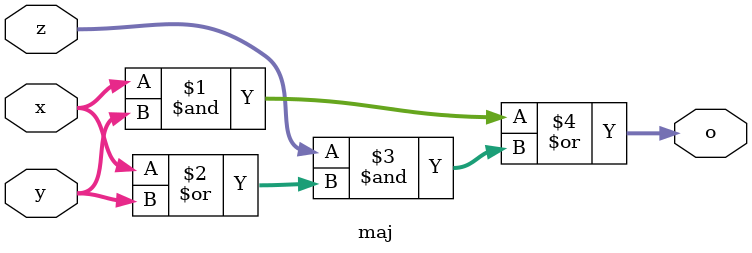
<source format=v>
module maj (x, y, z, o);
	input [31:0] x, y, z;
	output [31:0] o;
	assign o = (x & y) | (z & (x | y));
endmodule
</source>
